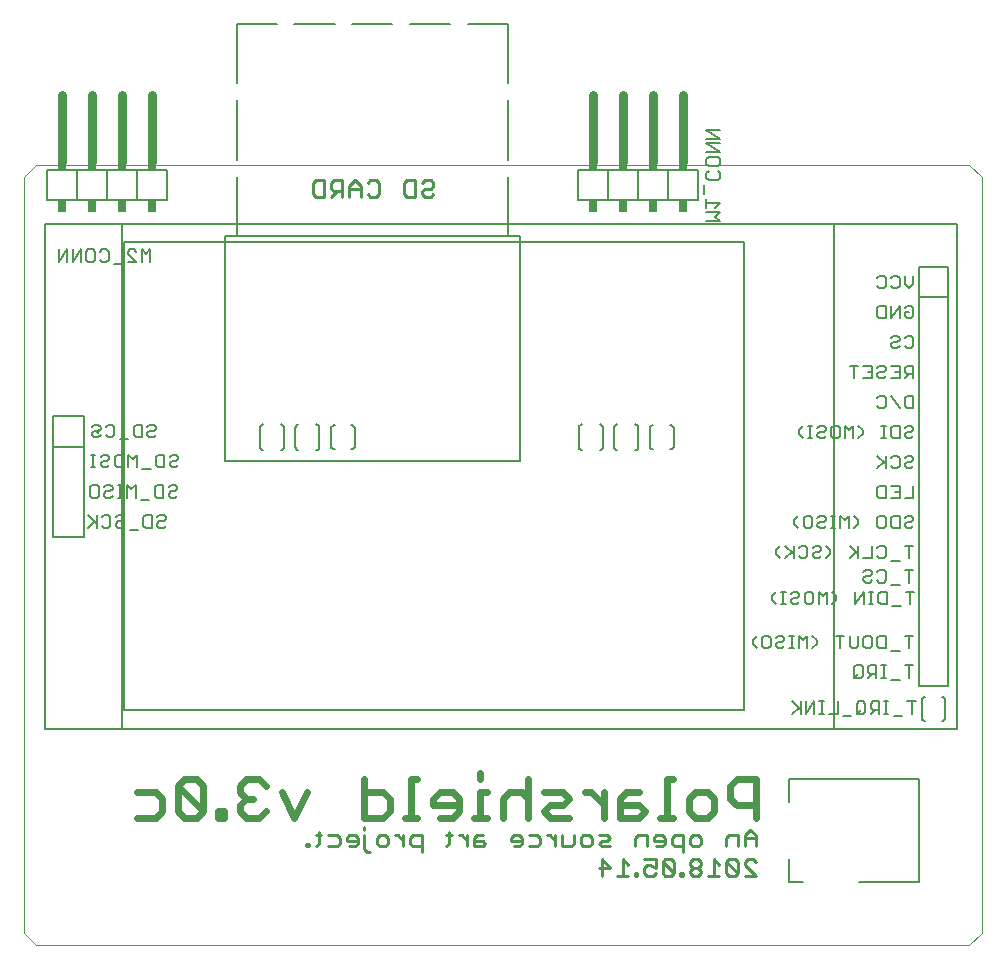
<source format=gbo>
G75*
%MOIN*%
%OFA0B0*%
%FSLAX25Y25*%
%IPPOS*%
%LPD*%
%AMOC8*
5,1,8,0,0,1.08239X$1,22.5*
%
%ADD10C,0.00000*%
%ADD11C,0.00800*%
%ADD12C,0.01000*%
%ADD13C,0.02300*%
%ADD14C,0.00500*%
%ADD15C,0.00600*%
%ADD16C,0.03000*%
%ADD17R,0.03000X0.02000*%
%ADD18R,0.03000X0.04000*%
D10*
X0001000Y0004937D02*
X0001000Y0256906D01*
X0004937Y0260843D01*
X0315961Y0260843D01*
X0320409Y0256906D01*
X0320409Y0004937D01*
X0315961Y0001000D01*
X0004937Y0001000D01*
X0001000Y0004937D01*
D11*
X0022416Y0140061D02*
X0024518Y0142163D01*
X0025218Y0141463D02*
X0022416Y0144265D01*
X0025218Y0144265D02*
X0025218Y0140061D01*
X0027020Y0140762D02*
X0027720Y0140061D01*
X0029122Y0140061D01*
X0029822Y0140762D01*
X0029822Y0143564D01*
X0029122Y0144265D01*
X0027720Y0144265D01*
X0027020Y0143564D01*
X0031624Y0143564D02*
X0032324Y0144265D01*
X0033725Y0144265D01*
X0034426Y0143564D01*
X0034426Y0142864D01*
X0033725Y0142163D01*
X0032324Y0142163D01*
X0031624Y0141463D01*
X0031624Y0140762D01*
X0032324Y0140061D01*
X0033725Y0140061D01*
X0034426Y0140762D01*
X0036228Y0139361D02*
X0039030Y0139361D01*
X0040831Y0140762D02*
X0040831Y0143564D01*
X0041532Y0144265D01*
X0043634Y0144265D01*
X0043634Y0140061D01*
X0041532Y0140061D01*
X0040831Y0140762D01*
X0045435Y0140762D02*
X0046136Y0140061D01*
X0047537Y0140061D01*
X0048238Y0140762D01*
X0047537Y0142163D02*
X0048238Y0142864D01*
X0048238Y0143564D01*
X0047537Y0144265D01*
X0046136Y0144265D01*
X0045435Y0143564D01*
X0046136Y0142163D02*
X0045435Y0141463D01*
X0045435Y0140762D01*
X0046136Y0142163D02*
X0047537Y0142163D01*
X0047413Y0150061D02*
X0045312Y0150061D01*
X0044611Y0150762D01*
X0044611Y0153564D01*
X0045312Y0154265D01*
X0047413Y0154265D01*
X0047413Y0150061D01*
X0049215Y0150762D02*
X0049916Y0150061D01*
X0051317Y0150061D01*
X0052017Y0150762D01*
X0051317Y0152163D02*
X0049916Y0152163D01*
X0049215Y0151463D01*
X0049215Y0150762D01*
X0051317Y0152163D02*
X0052017Y0152864D01*
X0052017Y0153564D01*
X0051317Y0154265D01*
X0049916Y0154265D01*
X0049215Y0153564D01*
X0050309Y0160219D02*
X0051710Y0160219D01*
X0052411Y0160919D01*
X0051710Y0162321D02*
X0050309Y0162321D01*
X0049609Y0161620D01*
X0049609Y0160919D01*
X0050309Y0160219D01*
X0047807Y0160219D02*
X0045705Y0160219D01*
X0045005Y0160919D01*
X0045005Y0163722D01*
X0045705Y0164422D01*
X0047807Y0164422D01*
X0047807Y0160219D01*
X0049609Y0163722D02*
X0050309Y0164422D01*
X0051710Y0164422D01*
X0052411Y0163722D01*
X0052411Y0163021D01*
X0051710Y0162321D01*
X0043203Y0159518D02*
X0040401Y0159518D01*
X0038599Y0160219D02*
X0038599Y0164422D01*
X0037198Y0163021D01*
X0035797Y0164422D01*
X0035797Y0160219D01*
X0033995Y0160919D02*
X0033295Y0160219D01*
X0031894Y0160219D01*
X0031193Y0160919D01*
X0031193Y0163722D01*
X0031894Y0164422D01*
X0033295Y0164422D01*
X0033995Y0163722D01*
X0033995Y0160919D01*
X0029391Y0160919D02*
X0028691Y0160219D01*
X0027290Y0160219D01*
X0026589Y0160919D01*
X0026589Y0161620D01*
X0027290Y0162321D01*
X0028691Y0162321D01*
X0029391Y0163021D01*
X0029391Y0163722D01*
X0028691Y0164422D01*
X0027290Y0164422D01*
X0026589Y0163722D01*
X0024787Y0164422D02*
X0023386Y0164422D01*
X0024087Y0164422D02*
X0024087Y0160219D01*
X0024787Y0160219D02*
X0023386Y0160219D01*
X0023827Y0154265D02*
X0023126Y0153564D01*
X0023126Y0150762D01*
X0023827Y0150061D01*
X0025228Y0150061D01*
X0025928Y0150762D01*
X0025928Y0153564D01*
X0025228Y0154265D01*
X0023827Y0154265D01*
X0027730Y0153564D02*
X0028431Y0154265D01*
X0029832Y0154265D01*
X0030532Y0153564D01*
X0030532Y0152864D01*
X0029832Y0152163D01*
X0028431Y0152163D01*
X0027730Y0151463D01*
X0027730Y0150762D01*
X0028431Y0150061D01*
X0029832Y0150061D01*
X0030532Y0150762D01*
X0032200Y0150061D02*
X0033602Y0150061D01*
X0032901Y0150061D02*
X0032901Y0154265D01*
X0033602Y0154265D02*
X0032200Y0154265D01*
X0035403Y0154265D02*
X0035403Y0150061D01*
X0038206Y0150061D02*
X0038206Y0154265D01*
X0036804Y0152864D01*
X0035403Y0154265D01*
X0040007Y0149361D02*
X0042809Y0149361D01*
X0035723Y0169518D02*
X0032920Y0169518D01*
X0031119Y0170919D02*
X0030418Y0170219D01*
X0029017Y0170219D01*
X0028317Y0170919D01*
X0026515Y0170919D02*
X0025814Y0170219D01*
X0024413Y0170219D01*
X0023713Y0170919D01*
X0023713Y0171620D01*
X0024413Y0172321D01*
X0025814Y0172321D01*
X0026515Y0173021D01*
X0026515Y0173722D01*
X0025814Y0174422D01*
X0024413Y0174422D01*
X0023713Y0173722D01*
X0028317Y0173722D02*
X0029017Y0174422D01*
X0030418Y0174422D01*
X0031119Y0173722D01*
X0031119Y0170919D01*
X0037524Y0170919D02*
X0037524Y0173722D01*
X0038225Y0174422D01*
X0040327Y0174422D01*
X0040327Y0170219D01*
X0038225Y0170219D01*
X0037524Y0170919D01*
X0042128Y0170919D02*
X0042829Y0170219D01*
X0044230Y0170219D01*
X0044931Y0170919D01*
X0044230Y0172321D02*
X0042829Y0172321D01*
X0042128Y0171620D01*
X0042128Y0170919D01*
X0044230Y0172321D02*
X0044931Y0173021D01*
X0044931Y0173722D01*
X0044230Y0174422D01*
X0042829Y0174422D01*
X0042128Y0173722D01*
X0079677Y0173541D02*
X0079677Y0167041D01*
X0079679Y0166981D01*
X0079684Y0166920D01*
X0079693Y0166861D01*
X0079706Y0166802D01*
X0079722Y0166743D01*
X0079742Y0166686D01*
X0079765Y0166631D01*
X0079792Y0166576D01*
X0079821Y0166524D01*
X0079854Y0166473D01*
X0079890Y0166424D01*
X0079928Y0166378D01*
X0079970Y0166334D01*
X0080014Y0166292D01*
X0080060Y0166254D01*
X0080109Y0166218D01*
X0080160Y0166185D01*
X0080212Y0166156D01*
X0080267Y0166129D01*
X0080322Y0166106D01*
X0080379Y0166086D01*
X0080438Y0166070D01*
X0080497Y0166057D01*
X0080556Y0166048D01*
X0080617Y0166043D01*
X0080677Y0166041D01*
X0086677Y0166041D02*
X0086737Y0166043D01*
X0086798Y0166048D01*
X0086857Y0166057D01*
X0086916Y0166070D01*
X0086975Y0166086D01*
X0087032Y0166106D01*
X0087087Y0166129D01*
X0087142Y0166156D01*
X0087194Y0166185D01*
X0087245Y0166218D01*
X0087294Y0166254D01*
X0087340Y0166292D01*
X0087384Y0166334D01*
X0087426Y0166378D01*
X0087464Y0166424D01*
X0087500Y0166473D01*
X0087533Y0166524D01*
X0087562Y0166576D01*
X0087589Y0166631D01*
X0087612Y0166686D01*
X0087632Y0166743D01*
X0087648Y0166802D01*
X0087661Y0166861D01*
X0087670Y0166920D01*
X0087675Y0166981D01*
X0087677Y0167041D01*
X0087677Y0173541D01*
X0087675Y0173601D01*
X0087670Y0173662D01*
X0087661Y0173721D01*
X0087648Y0173780D01*
X0087632Y0173839D01*
X0087612Y0173896D01*
X0087589Y0173951D01*
X0087562Y0174006D01*
X0087533Y0174058D01*
X0087500Y0174109D01*
X0087464Y0174158D01*
X0087426Y0174204D01*
X0087384Y0174248D01*
X0087340Y0174290D01*
X0087294Y0174328D01*
X0087245Y0174364D01*
X0087194Y0174397D01*
X0087142Y0174426D01*
X0087087Y0174453D01*
X0087032Y0174476D01*
X0086975Y0174496D01*
X0086916Y0174512D01*
X0086857Y0174525D01*
X0086798Y0174534D01*
X0086737Y0174539D01*
X0086677Y0174541D01*
X0080677Y0174541D02*
X0080617Y0174539D01*
X0080556Y0174534D01*
X0080497Y0174525D01*
X0080438Y0174512D01*
X0080379Y0174496D01*
X0080322Y0174476D01*
X0080267Y0174453D01*
X0080212Y0174426D01*
X0080160Y0174397D01*
X0080109Y0174364D01*
X0080060Y0174328D01*
X0080014Y0174290D01*
X0079970Y0174248D01*
X0079928Y0174204D01*
X0079890Y0174158D01*
X0079854Y0174109D01*
X0079821Y0174058D01*
X0079792Y0174006D01*
X0079765Y0173951D01*
X0079742Y0173896D01*
X0079722Y0173839D01*
X0079706Y0173780D01*
X0079693Y0173721D01*
X0079684Y0173662D01*
X0079679Y0173601D01*
X0079677Y0173541D01*
X0091488Y0173541D02*
X0091488Y0167041D01*
X0091490Y0166981D01*
X0091495Y0166920D01*
X0091504Y0166861D01*
X0091517Y0166802D01*
X0091533Y0166743D01*
X0091553Y0166686D01*
X0091576Y0166631D01*
X0091603Y0166576D01*
X0091632Y0166524D01*
X0091665Y0166473D01*
X0091701Y0166424D01*
X0091739Y0166378D01*
X0091781Y0166334D01*
X0091825Y0166292D01*
X0091871Y0166254D01*
X0091920Y0166218D01*
X0091971Y0166185D01*
X0092023Y0166156D01*
X0092078Y0166129D01*
X0092133Y0166106D01*
X0092190Y0166086D01*
X0092249Y0166070D01*
X0092308Y0166057D01*
X0092367Y0166048D01*
X0092428Y0166043D01*
X0092488Y0166041D01*
X0098488Y0166041D02*
X0098548Y0166043D01*
X0098609Y0166048D01*
X0098668Y0166057D01*
X0098727Y0166070D01*
X0098786Y0166086D01*
X0098843Y0166106D01*
X0098898Y0166129D01*
X0098953Y0166156D01*
X0099005Y0166185D01*
X0099056Y0166218D01*
X0099105Y0166254D01*
X0099151Y0166292D01*
X0099195Y0166334D01*
X0099237Y0166378D01*
X0099275Y0166424D01*
X0099311Y0166473D01*
X0099344Y0166524D01*
X0099373Y0166576D01*
X0099400Y0166631D01*
X0099423Y0166686D01*
X0099443Y0166743D01*
X0099459Y0166802D01*
X0099472Y0166861D01*
X0099481Y0166920D01*
X0099486Y0166981D01*
X0099488Y0167041D01*
X0099488Y0173541D01*
X0099486Y0173601D01*
X0099481Y0173662D01*
X0099472Y0173721D01*
X0099459Y0173780D01*
X0099443Y0173839D01*
X0099423Y0173896D01*
X0099400Y0173951D01*
X0099373Y0174006D01*
X0099344Y0174058D01*
X0099311Y0174109D01*
X0099275Y0174158D01*
X0099237Y0174204D01*
X0099195Y0174248D01*
X0099151Y0174290D01*
X0099105Y0174328D01*
X0099056Y0174364D01*
X0099005Y0174397D01*
X0098953Y0174426D01*
X0098898Y0174453D01*
X0098843Y0174476D01*
X0098786Y0174496D01*
X0098727Y0174512D01*
X0098668Y0174525D01*
X0098609Y0174534D01*
X0098548Y0174539D01*
X0098488Y0174541D01*
X0103362Y0173441D02*
X0103362Y0167142D01*
X0103361Y0167142D02*
X0103376Y0167081D01*
X0103394Y0167020D01*
X0103416Y0166961D01*
X0103441Y0166903D01*
X0103471Y0166848D01*
X0103503Y0166794D01*
X0103539Y0166742D01*
X0103578Y0166692D01*
X0103620Y0166645D01*
X0103665Y0166601D01*
X0103713Y0166560D01*
X0103763Y0166522D01*
X0103816Y0166487D01*
X0103870Y0166455D01*
X0103927Y0166427D01*
X0103985Y0166402D01*
X0104044Y0166381D01*
X0104105Y0166364D01*
X0104167Y0166351D01*
X0104229Y0166342D01*
X0104292Y0166336D01*
X0104355Y0166335D01*
X0104418Y0166338D01*
X0104481Y0166344D01*
X0104543Y0166354D01*
X0110055Y0166354D02*
X0110115Y0166344D01*
X0110175Y0166338D01*
X0110236Y0166335D01*
X0110296Y0166336D01*
X0110357Y0166340D01*
X0110417Y0166349D01*
X0110476Y0166360D01*
X0110535Y0166376D01*
X0110593Y0166395D01*
X0110649Y0166417D01*
X0110704Y0166443D01*
X0110757Y0166472D01*
X0110809Y0166504D01*
X0110858Y0166539D01*
X0110906Y0166577D01*
X0110950Y0166618D01*
X0110993Y0166661D01*
X0111032Y0166707D01*
X0111069Y0166755D01*
X0111103Y0166806D01*
X0111133Y0166858D01*
X0111161Y0166912D01*
X0111185Y0166968D01*
X0111206Y0167025D01*
X0111223Y0167083D01*
X0111237Y0167142D01*
X0111236Y0167142D02*
X0111236Y0173441D01*
X0111237Y0173441D02*
X0111223Y0173500D01*
X0111206Y0173558D01*
X0111185Y0173615D01*
X0111161Y0173671D01*
X0111133Y0173725D01*
X0111103Y0173777D01*
X0111069Y0173828D01*
X0111032Y0173876D01*
X0110993Y0173922D01*
X0110950Y0173965D01*
X0110906Y0174006D01*
X0110858Y0174044D01*
X0110809Y0174079D01*
X0110757Y0174111D01*
X0110704Y0174140D01*
X0110649Y0174166D01*
X0110593Y0174188D01*
X0110535Y0174207D01*
X0110476Y0174223D01*
X0110417Y0174234D01*
X0110357Y0174243D01*
X0110296Y0174247D01*
X0110236Y0174248D01*
X0110175Y0174245D01*
X0110115Y0174239D01*
X0110055Y0174229D01*
X0104543Y0174229D02*
X0104481Y0174239D01*
X0104418Y0174245D01*
X0104355Y0174248D01*
X0104292Y0174247D01*
X0104229Y0174241D01*
X0104167Y0174232D01*
X0104105Y0174219D01*
X0104044Y0174202D01*
X0103985Y0174181D01*
X0103927Y0174156D01*
X0103870Y0174128D01*
X0103816Y0174096D01*
X0103763Y0174061D01*
X0103713Y0174023D01*
X0103665Y0173982D01*
X0103620Y0173938D01*
X0103578Y0173891D01*
X0103539Y0173841D01*
X0103503Y0173789D01*
X0103471Y0173735D01*
X0103441Y0173680D01*
X0103416Y0173622D01*
X0103394Y0173563D01*
X0103376Y0173502D01*
X0103361Y0173441D01*
X0092488Y0174541D02*
X0092428Y0174539D01*
X0092367Y0174534D01*
X0092308Y0174525D01*
X0092249Y0174512D01*
X0092190Y0174496D01*
X0092133Y0174476D01*
X0092078Y0174453D01*
X0092023Y0174426D01*
X0091971Y0174397D01*
X0091920Y0174364D01*
X0091871Y0174328D01*
X0091825Y0174290D01*
X0091781Y0174248D01*
X0091739Y0174204D01*
X0091701Y0174158D01*
X0091665Y0174109D01*
X0091632Y0174058D01*
X0091603Y0174006D01*
X0091576Y0173951D01*
X0091553Y0173896D01*
X0091533Y0173839D01*
X0091517Y0173780D01*
X0091504Y0173721D01*
X0091495Y0173662D01*
X0091490Y0173601D01*
X0091488Y0173541D01*
X0043024Y0228624D02*
X0043024Y0232828D01*
X0041623Y0231427D01*
X0040222Y0232828D01*
X0040222Y0228624D01*
X0038420Y0228624D02*
X0035618Y0231427D01*
X0035618Y0232127D01*
X0036319Y0232828D01*
X0037720Y0232828D01*
X0038420Y0232127D01*
X0038420Y0228624D02*
X0035618Y0228624D01*
X0033817Y0227924D02*
X0031014Y0227924D01*
X0029213Y0229325D02*
X0028512Y0228624D01*
X0027111Y0228624D01*
X0026410Y0229325D01*
X0024609Y0229325D02*
X0023908Y0228624D01*
X0022507Y0228624D01*
X0021806Y0229325D01*
X0021806Y0232127D01*
X0022507Y0232828D01*
X0023908Y0232828D01*
X0024609Y0232127D01*
X0024609Y0229325D01*
X0026410Y0232127D02*
X0027111Y0232828D01*
X0028512Y0232828D01*
X0029213Y0232127D01*
X0029213Y0229325D01*
X0020005Y0228624D02*
X0020005Y0232828D01*
X0017202Y0228624D01*
X0017202Y0232828D01*
X0015401Y0232828D02*
X0012598Y0228624D01*
X0012598Y0232828D01*
X0015401Y0232828D02*
X0015401Y0228624D01*
X0185976Y0173541D02*
X0185976Y0167041D01*
X0185978Y0166981D01*
X0185983Y0166920D01*
X0185992Y0166861D01*
X0186005Y0166802D01*
X0186021Y0166743D01*
X0186041Y0166686D01*
X0186064Y0166631D01*
X0186091Y0166576D01*
X0186120Y0166524D01*
X0186153Y0166473D01*
X0186189Y0166424D01*
X0186227Y0166378D01*
X0186269Y0166334D01*
X0186313Y0166292D01*
X0186359Y0166254D01*
X0186408Y0166218D01*
X0186459Y0166185D01*
X0186511Y0166156D01*
X0186566Y0166129D01*
X0186621Y0166106D01*
X0186678Y0166086D01*
X0186737Y0166070D01*
X0186796Y0166057D01*
X0186855Y0166048D01*
X0186916Y0166043D01*
X0186976Y0166041D01*
X0192976Y0166041D02*
X0193036Y0166043D01*
X0193097Y0166048D01*
X0193156Y0166057D01*
X0193215Y0166070D01*
X0193274Y0166086D01*
X0193331Y0166106D01*
X0193386Y0166129D01*
X0193441Y0166156D01*
X0193493Y0166185D01*
X0193544Y0166218D01*
X0193593Y0166254D01*
X0193639Y0166292D01*
X0193683Y0166334D01*
X0193725Y0166378D01*
X0193763Y0166424D01*
X0193799Y0166473D01*
X0193832Y0166524D01*
X0193861Y0166576D01*
X0193888Y0166631D01*
X0193911Y0166686D01*
X0193931Y0166743D01*
X0193947Y0166802D01*
X0193960Y0166861D01*
X0193969Y0166920D01*
X0193974Y0166981D01*
X0193976Y0167041D01*
X0193976Y0173541D01*
X0193974Y0173601D01*
X0193969Y0173662D01*
X0193960Y0173721D01*
X0193947Y0173780D01*
X0193931Y0173839D01*
X0193911Y0173896D01*
X0193888Y0173951D01*
X0193861Y0174006D01*
X0193832Y0174058D01*
X0193799Y0174109D01*
X0193763Y0174158D01*
X0193725Y0174204D01*
X0193683Y0174248D01*
X0193639Y0174290D01*
X0193593Y0174328D01*
X0193544Y0174364D01*
X0193493Y0174397D01*
X0193441Y0174426D01*
X0193386Y0174453D01*
X0193331Y0174476D01*
X0193274Y0174496D01*
X0193215Y0174512D01*
X0193156Y0174525D01*
X0193097Y0174534D01*
X0193036Y0174539D01*
X0192976Y0174541D01*
X0197787Y0173541D02*
X0197787Y0167041D01*
X0197789Y0166981D01*
X0197794Y0166920D01*
X0197803Y0166861D01*
X0197816Y0166802D01*
X0197832Y0166743D01*
X0197852Y0166686D01*
X0197875Y0166631D01*
X0197902Y0166576D01*
X0197931Y0166524D01*
X0197964Y0166473D01*
X0198000Y0166424D01*
X0198038Y0166378D01*
X0198080Y0166334D01*
X0198124Y0166292D01*
X0198170Y0166254D01*
X0198219Y0166218D01*
X0198270Y0166185D01*
X0198322Y0166156D01*
X0198377Y0166129D01*
X0198432Y0166106D01*
X0198489Y0166086D01*
X0198548Y0166070D01*
X0198607Y0166057D01*
X0198666Y0166048D01*
X0198727Y0166043D01*
X0198787Y0166041D01*
X0204787Y0166041D02*
X0204847Y0166043D01*
X0204908Y0166048D01*
X0204967Y0166057D01*
X0205026Y0166070D01*
X0205085Y0166086D01*
X0205142Y0166106D01*
X0205197Y0166129D01*
X0205252Y0166156D01*
X0205304Y0166185D01*
X0205355Y0166218D01*
X0205404Y0166254D01*
X0205450Y0166292D01*
X0205494Y0166334D01*
X0205536Y0166378D01*
X0205574Y0166424D01*
X0205610Y0166473D01*
X0205643Y0166524D01*
X0205672Y0166576D01*
X0205699Y0166631D01*
X0205722Y0166686D01*
X0205742Y0166743D01*
X0205758Y0166802D01*
X0205771Y0166861D01*
X0205780Y0166920D01*
X0205785Y0166981D01*
X0205787Y0167041D01*
X0205787Y0173541D01*
X0205785Y0173601D01*
X0205780Y0173662D01*
X0205771Y0173721D01*
X0205758Y0173780D01*
X0205742Y0173839D01*
X0205722Y0173896D01*
X0205699Y0173951D01*
X0205672Y0174006D01*
X0205643Y0174058D01*
X0205610Y0174109D01*
X0205574Y0174158D01*
X0205536Y0174204D01*
X0205494Y0174248D01*
X0205450Y0174290D01*
X0205404Y0174328D01*
X0205355Y0174364D01*
X0205304Y0174397D01*
X0205252Y0174426D01*
X0205197Y0174453D01*
X0205142Y0174476D01*
X0205085Y0174496D01*
X0205026Y0174512D01*
X0204967Y0174525D01*
X0204908Y0174534D01*
X0204847Y0174539D01*
X0204787Y0174541D01*
X0209661Y0173441D02*
X0209661Y0167142D01*
X0209676Y0167081D01*
X0209694Y0167020D01*
X0209716Y0166961D01*
X0209741Y0166903D01*
X0209771Y0166848D01*
X0209803Y0166794D01*
X0209839Y0166742D01*
X0209878Y0166692D01*
X0209920Y0166645D01*
X0209965Y0166601D01*
X0210013Y0166560D01*
X0210063Y0166522D01*
X0210116Y0166487D01*
X0210170Y0166455D01*
X0210227Y0166427D01*
X0210285Y0166402D01*
X0210344Y0166381D01*
X0210405Y0166364D01*
X0210467Y0166351D01*
X0210529Y0166342D01*
X0210592Y0166336D01*
X0210655Y0166335D01*
X0210718Y0166338D01*
X0210781Y0166344D01*
X0210843Y0166354D01*
X0216354Y0166354D02*
X0216414Y0166344D01*
X0216474Y0166338D01*
X0216535Y0166335D01*
X0216595Y0166336D01*
X0216656Y0166340D01*
X0216716Y0166349D01*
X0216775Y0166360D01*
X0216834Y0166376D01*
X0216892Y0166395D01*
X0216948Y0166417D01*
X0217003Y0166443D01*
X0217056Y0166472D01*
X0217108Y0166504D01*
X0217157Y0166539D01*
X0217205Y0166577D01*
X0217249Y0166618D01*
X0217292Y0166661D01*
X0217331Y0166707D01*
X0217368Y0166755D01*
X0217402Y0166806D01*
X0217432Y0166858D01*
X0217460Y0166912D01*
X0217484Y0166968D01*
X0217505Y0167025D01*
X0217522Y0167083D01*
X0217536Y0167142D01*
X0217535Y0167142D02*
X0217535Y0173441D01*
X0217536Y0173441D02*
X0217522Y0173500D01*
X0217505Y0173558D01*
X0217484Y0173615D01*
X0217460Y0173671D01*
X0217432Y0173725D01*
X0217402Y0173777D01*
X0217368Y0173828D01*
X0217331Y0173876D01*
X0217292Y0173922D01*
X0217249Y0173965D01*
X0217205Y0174006D01*
X0217157Y0174044D01*
X0217108Y0174079D01*
X0217056Y0174111D01*
X0217003Y0174140D01*
X0216948Y0174166D01*
X0216892Y0174188D01*
X0216834Y0174207D01*
X0216775Y0174223D01*
X0216716Y0174234D01*
X0216656Y0174243D01*
X0216595Y0174247D01*
X0216535Y0174248D01*
X0216474Y0174245D01*
X0216414Y0174239D01*
X0216354Y0174229D01*
X0210843Y0174229D02*
X0210781Y0174239D01*
X0210718Y0174245D01*
X0210655Y0174248D01*
X0210592Y0174247D01*
X0210529Y0174241D01*
X0210467Y0174232D01*
X0210405Y0174219D01*
X0210344Y0174202D01*
X0210285Y0174181D01*
X0210227Y0174156D01*
X0210170Y0174128D01*
X0210116Y0174096D01*
X0210063Y0174061D01*
X0210013Y0174023D01*
X0209965Y0173982D01*
X0209920Y0173938D01*
X0209878Y0173891D01*
X0209839Y0173841D01*
X0209803Y0173789D01*
X0209771Y0173735D01*
X0209741Y0173680D01*
X0209716Y0173622D01*
X0209694Y0173563D01*
X0209676Y0173502D01*
X0209661Y0173441D01*
X0198787Y0174541D02*
X0198727Y0174539D01*
X0198666Y0174534D01*
X0198607Y0174525D01*
X0198548Y0174512D01*
X0198489Y0174496D01*
X0198432Y0174476D01*
X0198377Y0174453D01*
X0198322Y0174426D01*
X0198270Y0174397D01*
X0198219Y0174364D01*
X0198170Y0174328D01*
X0198124Y0174290D01*
X0198080Y0174248D01*
X0198038Y0174204D01*
X0198000Y0174158D01*
X0197964Y0174109D01*
X0197931Y0174058D01*
X0197902Y0174006D01*
X0197875Y0173951D01*
X0197852Y0173896D01*
X0197832Y0173839D01*
X0197816Y0173780D01*
X0197803Y0173721D01*
X0197794Y0173662D01*
X0197789Y0173601D01*
X0197787Y0173541D01*
X0186976Y0174541D02*
X0186916Y0174539D01*
X0186855Y0174534D01*
X0186796Y0174525D01*
X0186737Y0174512D01*
X0186678Y0174496D01*
X0186621Y0174476D01*
X0186566Y0174453D01*
X0186511Y0174426D01*
X0186459Y0174397D01*
X0186408Y0174364D01*
X0186359Y0174328D01*
X0186313Y0174290D01*
X0186269Y0174248D01*
X0186227Y0174204D01*
X0186189Y0174158D01*
X0186153Y0174109D01*
X0186120Y0174058D01*
X0186091Y0174006D01*
X0186064Y0173951D01*
X0186041Y0173896D01*
X0186021Y0173839D01*
X0186005Y0173780D01*
X0185992Y0173721D01*
X0185983Y0173662D01*
X0185978Y0173601D01*
X0185976Y0173541D01*
X0250404Y0117352D02*
X0251805Y0118753D01*
X0253473Y0118753D02*
X0254874Y0118753D01*
X0254174Y0118753D02*
X0254174Y0114550D01*
X0254874Y0114550D02*
X0253473Y0114550D01*
X0251805Y0114550D02*
X0250404Y0115951D01*
X0250404Y0117352D01*
X0256676Y0118053D02*
X0257376Y0118753D01*
X0258777Y0118753D01*
X0259478Y0118053D01*
X0259478Y0117352D01*
X0258777Y0116651D01*
X0257376Y0116651D01*
X0256676Y0115951D01*
X0256676Y0115250D01*
X0257376Y0114550D01*
X0258777Y0114550D01*
X0259478Y0115250D01*
X0261280Y0115250D02*
X0261280Y0118053D01*
X0261980Y0118753D01*
X0263381Y0118753D01*
X0264082Y0118053D01*
X0264082Y0115250D01*
X0263381Y0114550D01*
X0261980Y0114550D01*
X0261280Y0115250D01*
X0265884Y0114550D02*
X0265884Y0118753D01*
X0267285Y0117352D01*
X0268686Y0118753D01*
X0268686Y0114550D01*
X0270354Y0114550D02*
X0271755Y0115951D01*
X0271755Y0117352D01*
X0270354Y0118753D01*
X0278161Y0118753D02*
X0278161Y0114550D01*
X0280963Y0118753D01*
X0280963Y0114550D01*
X0282631Y0114550D02*
X0284032Y0114550D01*
X0283332Y0114550D02*
X0283332Y0118753D01*
X0284032Y0118753D02*
X0282631Y0118753D01*
X0282938Y0121794D02*
X0281537Y0121794D01*
X0280836Y0122494D01*
X0280836Y0123195D01*
X0281537Y0123895D01*
X0282938Y0123895D01*
X0283639Y0124596D01*
X0283639Y0125297D01*
X0282938Y0125997D01*
X0281537Y0125997D01*
X0280836Y0125297D01*
X0283639Y0122494D02*
X0282938Y0121794D01*
X0285440Y0122494D02*
X0286141Y0121794D01*
X0287542Y0121794D01*
X0288243Y0122494D01*
X0288243Y0125297D01*
X0287542Y0125997D01*
X0286141Y0125997D01*
X0285440Y0125297D01*
X0286141Y0129825D02*
X0285440Y0130526D01*
X0286141Y0129825D02*
X0287542Y0129825D01*
X0288243Y0130526D01*
X0288243Y0133328D01*
X0287542Y0134029D01*
X0286141Y0134029D01*
X0285440Y0133328D01*
X0283639Y0134029D02*
X0283639Y0129825D01*
X0280836Y0129825D01*
X0279035Y0129825D02*
X0279035Y0134029D01*
X0278334Y0131927D02*
X0276232Y0129825D01*
X0279035Y0131226D02*
X0276232Y0134029D01*
X0275965Y0139825D02*
X0275965Y0144029D01*
X0274564Y0142628D01*
X0273163Y0144029D01*
X0273163Y0139825D01*
X0271361Y0139825D02*
X0269960Y0139825D01*
X0270661Y0139825D02*
X0270661Y0144029D01*
X0271361Y0144029D02*
X0269960Y0144029D01*
X0268292Y0143328D02*
X0268292Y0142628D01*
X0267592Y0141927D01*
X0266190Y0141927D01*
X0265490Y0141226D01*
X0265490Y0140526D01*
X0266190Y0139825D01*
X0267592Y0139825D01*
X0268292Y0140526D01*
X0268292Y0143328D02*
X0267592Y0144029D01*
X0266190Y0144029D01*
X0265490Y0143328D01*
X0263688Y0143328D02*
X0263688Y0140526D01*
X0262988Y0139825D01*
X0261586Y0139825D01*
X0260886Y0140526D01*
X0260886Y0143328D01*
X0261586Y0144029D01*
X0262988Y0144029D01*
X0263688Y0143328D01*
X0259084Y0144029D02*
X0257683Y0142628D01*
X0257683Y0141226D01*
X0259084Y0139825D01*
X0260052Y0134029D02*
X0261453Y0134029D01*
X0262154Y0133328D01*
X0262154Y0130526D01*
X0261453Y0129825D01*
X0260052Y0129825D01*
X0259351Y0130526D01*
X0257550Y0131226D02*
X0254747Y0134029D01*
X0252946Y0134029D02*
X0251545Y0132628D01*
X0251545Y0131226D01*
X0252946Y0129825D01*
X0254747Y0129825D02*
X0256849Y0131927D01*
X0257550Y0134029D02*
X0257550Y0129825D01*
X0259351Y0133328D02*
X0260052Y0134029D01*
X0263955Y0133328D02*
X0264656Y0134029D01*
X0266057Y0134029D01*
X0266758Y0133328D01*
X0266758Y0132628D01*
X0266057Y0131927D01*
X0264656Y0131927D01*
X0263955Y0131226D01*
X0263955Y0130526D01*
X0264656Y0129825D01*
X0266057Y0129825D01*
X0266758Y0130526D01*
X0268426Y0129825D02*
X0269827Y0131226D01*
X0269827Y0132628D01*
X0268426Y0134029D01*
X0277634Y0139825D02*
X0279035Y0141226D01*
X0279035Y0142628D01*
X0277634Y0144029D01*
X0285440Y0143328D02*
X0285440Y0140526D01*
X0286141Y0139825D01*
X0287542Y0139825D01*
X0288243Y0140526D01*
X0288243Y0143328D01*
X0287542Y0144029D01*
X0286141Y0144029D01*
X0285440Y0143328D01*
X0290044Y0143328D02*
X0290044Y0140526D01*
X0290745Y0139825D01*
X0292846Y0139825D01*
X0292846Y0144029D01*
X0290745Y0144029D01*
X0290044Y0143328D01*
X0294648Y0143328D02*
X0295349Y0144029D01*
X0296750Y0144029D01*
X0297450Y0143328D01*
X0297450Y0142628D01*
X0296750Y0141927D01*
X0295349Y0141927D01*
X0294648Y0141226D01*
X0294648Y0140526D01*
X0295349Y0139825D01*
X0296750Y0139825D01*
X0297450Y0140526D01*
X0297450Y0134029D02*
X0294648Y0134029D01*
X0296049Y0134029D02*
X0296049Y0129825D01*
X0292846Y0129125D02*
X0290044Y0129125D01*
X0294648Y0125997D02*
X0297450Y0125997D01*
X0296049Y0125997D02*
X0296049Y0121794D01*
X0296443Y0118753D02*
X0296443Y0114550D01*
X0293240Y0113849D02*
X0290438Y0113849D01*
X0288636Y0114550D02*
X0286534Y0114550D01*
X0285834Y0115250D01*
X0285834Y0118053D01*
X0286534Y0118753D01*
X0288636Y0118753D01*
X0288636Y0114550D01*
X0290044Y0121093D02*
X0292846Y0121093D01*
X0295042Y0118753D02*
X0297844Y0118753D01*
X0297450Y0104029D02*
X0294648Y0104029D01*
X0296049Y0104029D02*
X0296049Y0099825D01*
X0292846Y0099125D02*
X0290044Y0099125D01*
X0288243Y0099825D02*
X0288243Y0104029D01*
X0286141Y0104029D01*
X0285440Y0103328D01*
X0285440Y0100526D01*
X0286141Y0099825D01*
X0288243Y0099825D01*
X0283639Y0100526D02*
X0283639Y0103328D01*
X0282938Y0104029D01*
X0281537Y0104029D01*
X0280836Y0103328D01*
X0280836Y0100526D01*
X0281537Y0099825D01*
X0282938Y0099825D01*
X0283639Y0100526D01*
X0279035Y0100526D02*
X0278334Y0099825D01*
X0276933Y0099825D01*
X0276232Y0100526D01*
X0276232Y0104029D01*
X0274431Y0104029D02*
X0271628Y0104029D01*
X0273030Y0104029D02*
X0273030Y0099825D01*
X0279035Y0100526D02*
X0279035Y0104029D01*
X0278468Y0094186D02*
X0277767Y0093486D01*
X0277767Y0090683D01*
X0278468Y0089983D01*
X0279869Y0089983D01*
X0280569Y0090683D01*
X0280569Y0093486D01*
X0279869Y0094186D01*
X0278468Y0094186D01*
X0279168Y0091384D02*
X0277767Y0089983D01*
X0282371Y0089983D02*
X0283772Y0091384D01*
X0283071Y0091384D02*
X0285173Y0091384D01*
X0285173Y0089983D02*
X0285173Y0094186D01*
X0283071Y0094186D01*
X0282371Y0093486D01*
X0282371Y0092084D01*
X0283071Y0091384D01*
X0286841Y0089983D02*
X0288243Y0089983D01*
X0287542Y0089983D02*
X0287542Y0094186D01*
X0288243Y0094186D02*
X0286841Y0094186D01*
X0290044Y0089282D02*
X0292846Y0089282D01*
X0296049Y0089983D02*
X0296049Y0094186D01*
X0297450Y0094186D02*
X0294648Y0094186D01*
X0295467Y0082174D02*
X0298269Y0082174D01*
X0296868Y0082174D02*
X0296868Y0077971D01*
X0293665Y0077270D02*
X0290863Y0077270D01*
X0289061Y0077971D02*
X0287660Y0077971D01*
X0288361Y0077971D02*
X0288361Y0082174D01*
X0289061Y0082174D02*
X0287660Y0082174D01*
X0285992Y0082174D02*
X0285992Y0077971D01*
X0285992Y0079372D02*
X0283890Y0079372D01*
X0283190Y0080073D01*
X0283190Y0081474D01*
X0283890Y0082174D01*
X0285992Y0082174D01*
X0284591Y0079372D02*
X0283190Y0077971D01*
X0281388Y0078671D02*
X0281388Y0081474D01*
X0280688Y0082174D01*
X0279286Y0082174D01*
X0278586Y0081474D01*
X0278586Y0078671D01*
X0279286Y0077971D01*
X0280688Y0077971D01*
X0281388Y0078671D01*
X0279987Y0079372D02*
X0278586Y0077971D01*
X0276784Y0077270D02*
X0273982Y0077270D01*
X0272180Y0077971D02*
X0269378Y0077971D01*
X0267576Y0077971D02*
X0266175Y0077971D01*
X0266876Y0077971D02*
X0266876Y0082174D01*
X0267576Y0082174D02*
X0266175Y0082174D01*
X0264507Y0082174D02*
X0261705Y0077971D01*
X0261705Y0082174D01*
X0259903Y0082174D02*
X0259903Y0077971D01*
X0259903Y0079372D02*
X0257101Y0082174D01*
X0259203Y0080073D02*
X0257101Y0077971D01*
X0264507Y0077971D02*
X0264507Y0082174D01*
X0272180Y0082174D02*
X0272180Y0077971D01*
X0263822Y0099825D02*
X0265223Y0101226D01*
X0265223Y0102628D01*
X0263822Y0104029D01*
X0262154Y0104029D02*
X0262154Y0099825D01*
X0259351Y0099825D02*
X0259351Y0104029D01*
X0260752Y0102628D01*
X0262154Y0104029D01*
X0257550Y0104029D02*
X0256149Y0104029D01*
X0256849Y0104029D02*
X0256849Y0099825D01*
X0256149Y0099825D02*
X0257550Y0099825D01*
X0254480Y0100526D02*
X0253780Y0099825D01*
X0252379Y0099825D01*
X0251678Y0100526D01*
X0251678Y0101226D01*
X0252379Y0101927D01*
X0253780Y0101927D01*
X0254480Y0102628D01*
X0254480Y0103328D01*
X0253780Y0104029D01*
X0252379Y0104029D01*
X0251678Y0103328D01*
X0249877Y0103328D02*
X0249877Y0100526D01*
X0249176Y0099825D01*
X0247775Y0099825D01*
X0247074Y0100526D01*
X0247074Y0103328D01*
X0247775Y0104029D01*
X0249176Y0104029D01*
X0249877Y0103328D01*
X0245273Y0104029D02*
X0243871Y0102628D01*
X0243871Y0101226D01*
X0245273Y0099825D01*
X0255887Y0056306D02*
X0255887Y0048638D01*
X0255887Y0056306D02*
X0299213Y0056306D01*
X0299213Y0022072D01*
X0279346Y0022072D01*
X0260843Y0022072D02*
X0255887Y0022072D01*
X0255887Y0029740D01*
X0300213Y0076591D02*
X0300213Y0082890D01*
X0300212Y0082890D02*
X0300227Y0082951D01*
X0300245Y0083012D01*
X0300267Y0083071D01*
X0300292Y0083129D01*
X0300322Y0083184D01*
X0300354Y0083238D01*
X0300390Y0083290D01*
X0300429Y0083340D01*
X0300471Y0083387D01*
X0300516Y0083431D01*
X0300564Y0083472D01*
X0300614Y0083510D01*
X0300667Y0083545D01*
X0300721Y0083577D01*
X0300778Y0083605D01*
X0300836Y0083630D01*
X0300895Y0083651D01*
X0300956Y0083668D01*
X0301018Y0083681D01*
X0301080Y0083690D01*
X0301143Y0083696D01*
X0301206Y0083697D01*
X0301269Y0083694D01*
X0301332Y0083688D01*
X0301394Y0083678D01*
X0306905Y0083678D02*
X0306965Y0083688D01*
X0307025Y0083694D01*
X0307086Y0083697D01*
X0307146Y0083696D01*
X0307207Y0083692D01*
X0307267Y0083683D01*
X0307326Y0083672D01*
X0307385Y0083656D01*
X0307443Y0083637D01*
X0307499Y0083615D01*
X0307554Y0083589D01*
X0307607Y0083560D01*
X0307659Y0083528D01*
X0307708Y0083493D01*
X0307756Y0083455D01*
X0307800Y0083414D01*
X0307843Y0083371D01*
X0307882Y0083325D01*
X0307919Y0083277D01*
X0307953Y0083226D01*
X0307983Y0083174D01*
X0308011Y0083120D01*
X0308035Y0083064D01*
X0308056Y0083007D01*
X0308073Y0082949D01*
X0308087Y0082890D01*
X0308087Y0076591D01*
X0308087Y0076590D02*
X0308073Y0076531D01*
X0308056Y0076473D01*
X0308035Y0076416D01*
X0308011Y0076360D01*
X0307983Y0076306D01*
X0307953Y0076254D01*
X0307919Y0076203D01*
X0307882Y0076155D01*
X0307843Y0076109D01*
X0307800Y0076066D01*
X0307756Y0076025D01*
X0307708Y0075987D01*
X0307659Y0075952D01*
X0307607Y0075920D01*
X0307554Y0075891D01*
X0307499Y0075865D01*
X0307443Y0075843D01*
X0307385Y0075824D01*
X0307326Y0075808D01*
X0307267Y0075797D01*
X0307207Y0075788D01*
X0307146Y0075784D01*
X0307086Y0075783D01*
X0307025Y0075786D01*
X0306965Y0075792D01*
X0306905Y0075802D01*
X0301394Y0075802D02*
X0301332Y0075792D01*
X0301269Y0075786D01*
X0301206Y0075783D01*
X0301143Y0075784D01*
X0301080Y0075790D01*
X0301018Y0075799D01*
X0300956Y0075812D01*
X0300895Y0075829D01*
X0300836Y0075850D01*
X0300778Y0075875D01*
X0300721Y0075903D01*
X0300667Y0075935D01*
X0300614Y0075970D01*
X0300564Y0076008D01*
X0300516Y0076049D01*
X0300471Y0076093D01*
X0300429Y0076140D01*
X0300390Y0076190D01*
X0300354Y0076242D01*
X0300322Y0076296D01*
X0300292Y0076351D01*
X0300267Y0076409D01*
X0300245Y0076468D01*
X0300227Y0076529D01*
X0300212Y0076590D01*
X0297450Y0149825D02*
X0294648Y0149825D01*
X0292846Y0149825D02*
X0290044Y0149825D01*
X0288243Y0149825D02*
X0288243Y0154029D01*
X0286141Y0154029D01*
X0285440Y0153328D01*
X0285440Y0150526D01*
X0286141Y0149825D01*
X0288243Y0149825D01*
X0291445Y0151927D02*
X0292846Y0151927D01*
X0292846Y0154029D02*
X0292846Y0149825D01*
X0292846Y0154029D02*
X0290044Y0154029D01*
X0290745Y0159825D02*
X0290044Y0160526D01*
X0290745Y0159825D02*
X0292146Y0159825D01*
X0292846Y0160526D01*
X0292846Y0163328D01*
X0292146Y0164029D01*
X0290745Y0164029D01*
X0290044Y0163328D01*
X0288243Y0164029D02*
X0288243Y0159825D01*
X0288243Y0161226D02*
X0285440Y0164029D01*
X0287542Y0161927D02*
X0285440Y0159825D01*
X0294648Y0160526D02*
X0295349Y0159825D01*
X0296750Y0159825D01*
X0297450Y0160526D01*
X0296750Y0161927D02*
X0295349Y0161927D01*
X0294648Y0161226D01*
X0294648Y0160526D01*
X0296750Y0161927D02*
X0297450Y0162628D01*
X0297450Y0163328D01*
X0296750Y0164029D01*
X0295349Y0164029D01*
X0294648Y0163328D01*
X0295349Y0169825D02*
X0296750Y0169825D01*
X0297450Y0170526D01*
X0296750Y0171927D02*
X0295349Y0171927D01*
X0294648Y0171226D01*
X0294648Y0170526D01*
X0295349Y0169825D01*
X0292846Y0169825D02*
X0290745Y0169825D01*
X0290044Y0170526D01*
X0290044Y0173328D01*
X0290745Y0174029D01*
X0292846Y0174029D01*
X0292846Y0169825D01*
X0296750Y0171927D02*
X0297450Y0172628D01*
X0297450Y0173328D01*
X0296750Y0174029D01*
X0295349Y0174029D01*
X0294648Y0173328D01*
X0288243Y0174029D02*
X0286841Y0174029D01*
X0287542Y0174029D02*
X0287542Y0169825D01*
X0288243Y0169825D02*
X0286841Y0169825D01*
X0280569Y0171226D02*
X0280569Y0172628D01*
X0279168Y0174029D01*
X0277500Y0174029D02*
X0276099Y0172628D01*
X0274698Y0174029D01*
X0274698Y0169825D01*
X0272896Y0170526D02*
X0272196Y0169825D01*
X0270794Y0169825D01*
X0270094Y0170526D01*
X0270094Y0173328D01*
X0270794Y0174029D01*
X0272196Y0174029D01*
X0272896Y0173328D01*
X0272896Y0170526D01*
X0268292Y0170526D02*
X0267592Y0169825D01*
X0266190Y0169825D01*
X0265490Y0170526D01*
X0265490Y0171226D01*
X0266190Y0171927D01*
X0267592Y0171927D01*
X0268292Y0172628D01*
X0268292Y0173328D01*
X0267592Y0174029D01*
X0266190Y0174029D01*
X0265490Y0173328D01*
X0263688Y0174029D02*
X0262287Y0174029D01*
X0262988Y0174029D02*
X0262988Y0169825D01*
X0263688Y0169825D02*
X0262287Y0169825D01*
X0260619Y0169825D02*
X0259218Y0171226D01*
X0259218Y0172628D01*
X0260619Y0174029D01*
X0277500Y0174029D02*
X0277500Y0169825D01*
X0279168Y0169825D02*
X0280569Y0171226D01*
X0286141Y0179825D02*
X0285440Y0180526D01*
X0286141Y0179825D02*
X0287542Y0179825D01*
X0288243Y0180526D01*
X0288243Y0183328D01*
X0287542Y0184029D01*
X0286141Y0184029D01*
X0285440Y0183328D01*
X0290044Y0184029D02*
X0292846Y0179825D01*
X0294648Y0180526D02*
X0294648Y0183328D01*
X0295349Y0184029D01*
X0297450Y0184029D01*
X0297450Y0179825D01*
X0295349Y0179825D01*
X0294648Y0180526D01*
X0294648Y0189825D02*
X0296049Y0191226D01*
X0295349Y0191226D02*
X0297450Y0191226D01*
X0297450Y0189825D02*
X0297450Y0194029D01*
X0295349Y0194029D01*
X0294648Y0193328D01*
X0294648Y0191927D01*
X0295349Y0191226D01*
X0292846Y0191927D02*
X0291445Y0191927D01*
X0290044Y0194029D02*
X0292846Y0194029D01*
X0292846Y0189825D01*
X0290044Y0189825D01*
X0288243Y0190526D02*
X0287542Y0189825D01*
X0286141Y0189825D01*
X0285440Y0190526D01*
X0285440Y0191226D01*
X0286141Y0191927D01*
X0287542Y0191927D01*
X0288243Y0192628D01*
X0288243Y0193328D01*
X0287542Y0194029D01*
X0286141Y0194029D01*
X0285440Y0193328D01*
X0283639Y0194029D02*
X0283639Y0189825D01*
X0280836Y0189825D01*
X0282237Y0191927D02*
X0283639Y0191927D01*
X0283639Y0194029D02*
X0280836Y0194029D01*
X0279035Y0194029D02*
X0276232Y0194029D01*
X0277634Y0194029D02*
X0277634Y0189825D01*
X0290044Y0200526D02*
X0290044Y0201226D01*
X0290745Y0201927D01*
X0292146Y0201927D01*
X0292846Y0202628D01*
X0292846Y0203328D01*
X0292146Y0204029D01*
X0290745Y0204029D01*
X0290044Y0203328D01*
X0290044Y0200526D02*
X0290745Y0199825D01*
X0292146Y0199825D01*
X0292846Y0200526D01*
X0294648Y0200526D02*
X0295349Y0199825D01*
X0296750Y0199825D01*
X0297450Y0200526D01*
X0297450Y0203328D01*
X0296750Y0204029D01*
X0295349Y0204029D01*
X0294648Y0203328D01*
X0295349Y0209825D02*
X0294648Y0210526D01*
X0294648Y0211927D01*
X0296049Y0211927D01*
X0294648Y0213328D02*
X0295349Y0214029D01*
X0296750Y0214029D01*
X0297450Y0213328D01*
X0297450Y0210526D01*
X0296750Y0209825D01*
X0295349Y0209825D01*
X0292846Y0209825D02*
X0292846Y0214029D01*
X0290044Y0209825D01*
X0290044Y0214029D01*
X0288243Y0214029D02*
X0286141Y0214029D01*
X0285440Y0213328D01*
X0285440Y0210526D01*
X0286141Y0209825D01*
X0288243Y0209825D01*
X0288243Y0214029D01*
X0287542Y0219825D02*
X0286141Y0219825D01*
X0285440Y0220526D01*
X0287542Y0219825D02*
X0288243Y0220526D01*
X0288243Y0223328D01*
X0287542Y0224029D01*
X0286141Y0224029D01*
X0285440Y0223328D01*
X0290044Y0223328D02*
X0290745Y0224029D01*
X0292146Y0224029D01*
X0292846Y0223328D01*
X0292846Y0220526D01*
X0292146Y0219825D01*
X0290745Y0219825D01*
X0290044Y0220526D01*
X0294648Y0221226D02*
X0294648Y0224029D01*
X0297450Y0224029D02*
X0297450Y0221226D01*
X0296049Y0219825D01*
X0294648Y0221226D01*
X0297450Y0154029D02*
X0297450Y0149825D01*
D12*
X0243120Y0039446D02*
X0241252Y0037577D01*
X0241252Y0033841D01*
X0238911Y0033841D02*
X0238911Y0037577D01*
X0236109Y0037577D01*
X0235174Y0036643D01*
X0235174Y0033841D01*
X0236109Y0029546D02*
X0235174Y0028612D01*
X0238911Y0024875D01*
X0237977Y0023941D01*
X0236109Y0023941D01*
X0235174Y0024875D01*
X0235174Y0028612D01*
X0236109Y0029546D02*
X0237977Y0029546D01*
X0238911Y0028612D01*
X0238911Y0024875D01*
X0241252Y0023941D02*
X0244988Y0023941D01*
X0241252Y0027677D01*
X0241252Y0028612D01*
X0242186Y0029546D01*
X0244054Y0029546D01*
X0244988Y0028612D01*
X0244988Y0033841D02*
X0244988Y0037577D01*
X0243120Y0039446D01*
X0244988Y0036643D02*
X0241252Y0036643D01*
X0232834Y0027677D02*
X0230966Y0029546D01*
X0230966Y0023941D01*
X0232834Y0023941D02*
X0229097Y0023941D01*
X0226757Y0024875D02*
X0226757Y0025809D01*
X0225822Y0026743D01*
X0223954Y0026743D01*
X0223020Y0025809D01*
X0223020Y0024875D01*
X0223954Y0023941D01*
X0225822Y0023941D01*
X0226757Y0024875D01*
X0225822Y0026743D02*
X0226757Y0027677D01*
X0226757Y0028612D01*
X0225822Y0029546D01*
X0223954Y0029546D01*
X0223020Y0028612D01*
X0223020Y0027677D01*
X0223954Y0026743D01*
X0220679Y0024875D02*
X0220679Y0023941D01*
X0219745Y0023941D01*
X0219745Y0024875D01*
X0220679Y0024875D01*
X0217641Y0024875D02*
X0216707Y0023941D01*
X0214838Y0023941D01*
X0213904Y0024875D01*
X0213904Y0028612D01*
X0217641Y0024875D01*
X0217641Y0028612D01*
X0216707Y0029546D01*
X0214838Y0029546D01*
X0213904Y0028612D01*
X0211564Y0029546D02*
X0211564Y0026743D01*
X0209695Y0027677D01*
X0208761Y0027677D01*
X0207827Y0026743D01*
X0207827Y0024875D01*
X0208761Y0023941D01*
X0210630Y0023941D01*
X0211564Y0024875D01*
X0211564Y0029546D02*
X0207827Y0029546D01*
X0208525Y0033841D02*
X0208525Y0037577D01*
X0205723Y0037577D01*
X0204789Y0036643D01*
X0204789Y0033841D01*
X0200580Y0029546D02*
X0200580Y0023941D01*
X0202448Y0023941D02*
X0198711Y0023941D01*
X0196371Y0026743D02*
X0192634Y0026743D01*
X0193568Y0023941D02*
X0193568Y0029546D01*
X0196371Y0026743D01*
X0200580Y0029546D02*
X0202448Y0027677D01*
X0204552Y0024875D02*
X0204552Y0023941D01*
X0205486Y0023941D01*
X0205486Y0024875D01*
X0204552Y0024875D01*
X0211800Y0033841D02*
X0213668Y0033841D01*
X0214602Y0034775D01*
X0214602Y0036643D01*
X0213668Y0037577D01*
X0211800Y0037577D01*
X0210866Y0036643D01*
X0210866Y0035709D01*
X0214602Y0035709D01*
X0216943Y0034775D02*
X0217877Y0033841D01*
X0220679Y0033841D01*
X0220679Y0031973D02*
X0220679Y0037577D01*
X0217877Y0037577D01*
X0216943Y0036643D01*
X0216943Y0034775D01*
X0223020Y0034775D02*
X0223954Y0033841D01*
X0225822Y0033841D01*
X0226757Y0034775D01*
X0226757Y0036643D01*
X0225822Y0037577D01*
X0223954Y0037577D01*
X0223020Y0036643D01*
X0223020Y0034775D01*
X0196371Y0033841D02*
X0193568Y0033841D01*
X0192634Y0034775D01*
X0193568Y0035709D01*
X0195437Y0035709D01*
X0196371Y0036643D01*
X0195437Y0037577D01*
X0192634Y0037577D01*
X0190293Y0036643D02*
X0190293Y0034775D01*
X0189359Y0033841D01*
X0187491Y0033841D01*
X0186557Y0034775D01*
X0186557Y0036643D01*
X0187491Y0037577D01*
X0189359Y0037577D01*
X0190293Y0036643D01*
X0184216Y0037577D02*
X0184216Y0034775D01*
X0183282Y0033841D01*
X0180480Y0033841D01*
X0180480Y0037577D01*
X0178139Y0037577D02*
X0178139Y0033841D01*
X0178139Y0035709D02*
X0176271Y0037577D01*
X0175337Y0037577D01*
X0173075Y0036643D02*
X0173075Y0034775D01*
X0172141Y0033841D01*
X0169338Y0033841D01*
X0166998Y0034775D02*
X0166998Y0036643D01*
X0166063Y0037577D01*
X0164195Y0037577D01*
X0163261Y0036643D01*
X0163261Y0035709D01*
X0166998Y0035709D01*
X0166998Y0034775D02*
X0166063Y0033841D01*
X0164195Y0033841D01*
X0169338Y0037577D02*
X0172141Y0037577D01*
X0173075Y0036643D01*
X0154843Y0034775D02*
X0153909Y0035709D01*
X0151107Y0035709D01*
X0151107Y0036643D02*
X0151107Y0033841D01*
X0153909Y0033841D01*
X0154843Y0034775D01*
X0153909Y0037577D02*
X0152041Y0037577D01*
X0151107Y0036643D01*
X0148766Y0035709D02*
X0146898Y0037577D01*
X0145964Y0037577D01*
X0143702Y0037577D02*
X0141833Y0037577D01*
X0142768Y0038512D02*
X0142768Y0034775D01*
X0141833Y0033841D01*
X0148766Y0033841D02*
X0148766Y0037577D01*
X0133573Y0037577D02*
X0133573Y0031973D01*
X0133573Y0033841D02*
X0130771Y0033841D01*
X0129837Y0034775D01*
X0129837Y0036643D01*
X0130771Y0037577D01*
X0133573Y0037577D01*
X0127496Y0037577D02*
X0127496Y0033841D01*
X0127496Y0035709D02*
X0125628Y0037577D01*
X0124693Y0037577D01*
X0122432Y0036643D02*
X0122432Y0034775D01*
X0121497Y0033841D01*
X0119629Y0033841D01*
X0118695Y0034775D01*
X0118695Y0036643D01*
X0119629Y0037577D01*
X0121497Y0037577D01*
X0122432Y0036643D01*
X0116354Y0031973D02*
X0115420Y0031973D01*
X0114486Y0032907D01*
X0114486Y0037577D01*
X0114486Y0039446D02*
X0114486Y0040380D01*
X0111369Y0037577D02*
X0109501Y0037577D01*
X0108566Y0036643D01*
X0108566Y0035709D01*
X0112303Y0035709D01*
X0112303Y0034775D02*
X0112303Y0036643D01*
X0111369Y0037577D01*
X0112303Y0034775D02*
X0111369Y0033841D01*
X0109501Y0033841D01*
X0106226Y0034775D02*
X0105292Y0033841D01*
X0102489Y0033841D01*
X0099214Y0034775D02*
X0098280Y0033841D01*
X0099214Y0034775D02*
X0099214Y0038512D01*
X0098280Y0037577D02*
X0100149Y0037577D01*
X0102489Y0037577D02*
X0105292Y0037577D01*
X0106226Y0036643D01*
X0106226Y0034775D01*
X0096097Y0034775D02*
X0096097Y0033841D01*
X0095163Y0033841D01*
X0095163Y0034775D01*
X0096097Y0034775D01*
X0025409Y0171866D02*
X0025803Y0172260D01*
X0098242Y0250319D02*
X0097308Y0251253D01*
X0097308Y0254990D01*
X0098242Y0255924D01*
X0101045Y0255924D01*
X0101045Y0250319D01*
X0098242Y0250319D01*
X0103385Y0250319D02*
X0105254Y0252187D01*
X0104320Y0252187D02*
X0107122Y0252187D01*
X0107122Y0250319D02*
X0107122Y0255924D01*
X0104320Y0255924D01*
X0103385Y0254990D01*
X0103385Y0253121D01*
X0104320Y0252187D01*
X0109463Y0253121D02*
X0113199Y0253121D01*
X0113199Y0254055D02*
X0111331Y0255924D01*
X0109463Y0254055D01*
X0109463Y0250319D01*
X0113199Y0250319D02*
X0113199Y0254055D01*
X0115540Y0254990D02*
X0116474Y0255924D01*
X0118342Y0255924D01*
X0119276Y0254990D01*
X0119276Y0251253D01*
X0118342Y0250319D01*
X0116474Y0250319D01*
X0115540Y0251253D01*
X0127694Y0251253D02*
X0127694Y0254990D01*
X0128628Y0255924D01*
X0131431Y0255924D01*
X0131431Y0250319D01*
X0128628Y0250319D01*
X0127694Y0251253D01*
X0133771Y0251253D02*
X0134705Y0250319D01*
X0136574Y0250319D01*
X0137508Y0251253D01*
X0136574Y0253121D02*
X0134705Y0253121D01*
X0133771Y0252187D01*
X0133771Y0251253D01*
X0136574Y0253121D02*
X0137508Y0254055D01*
X0137508Y0254990D01*
X0136574Y0255924D01*
X0134705Y0255924D01*
X0133771Y0254990D01*
D13*
X0153065Y0058266D02*
X0153065Y0056148D01*
X0153065Y0051911D02*
X0153065Y0043437D01*
X0155183Y0043437D02*
X0150946Y0043437D01*
X0145975Y0045555D02*
X0145975Y0049792D01*
X0143857Y0051911D01*
X0139620Y0051911D01*
X0137501Y0049792D01*
X0137501Y0047674D01*
X0145975Y0047674D01*
X0145975Y0045555D02*
X0143857Y0043437D01*
X0139620Y0043437D01*
X0132163Y0043437D02*
X0127927Y0043437D01*
X0130045Y0043437D02*
X0130045Y0056148D01*
X0132163Y0056148D01*
X0122956Y0049792D02*
X0120837Y0051911D01*
X0114482Y0051911D01*
X0114482Y0056148D02*
X0114482Y0043437D01*
X0120837Y0043437D01*
X0122956Y0045555D01*
X0122956Y0049792D01*
X0095332Y0051911D02*
X0091095Y0043437D01*
X0086858Y0051911D01*
X0081520Y0054029D02*
X0079402Y0056148D01*
X0075165Y0056148D01*
X0073046Y0054029D01*
X0073046Y0051911D01*
X0075165Y0049792D01*
X0073046Y0047674D01*
X0073046Y0045555D01*
X0075165Y0043437D01*
X0079402Y0043437D01*
X0081520Y0045555D01*
X0077283Y0049792D02*
X0075165Y0049792D01*
X0067708Y0045555D02*
X0065590Y0045555D01*
X0065590Y0043437D01*
X0067708Y0043437D01*
X0067708Y0045555D01*
X0060803Y0045555D02*
X0060803Y0054029D01*
X0058684Y0056148D01*
X0054447Y0056148D01*
X0052329Y0054029D01*
X0060803Y0045555D01*
X0058684Y0043437D01*
X0054447Y0043437D01*
X0052329Y0045555D01*
X0052329Y0054029D01*
X0046991Y0049792D02*
X0046991Y0045555D01*
X0044872Y0043437D01*
X0038517Y0043437D01*
X0038517Y0051911D02*
X0044872Y0051911D01*
X0046991Y0049792D01*
X0153065Y0051911D02*
X0155183Y0051911D01*
X0160521Y0049792D02*
X0160521Y0043437D01*
X0160521Y0049792D02*
X0162640Y0051911D01*
X0166876Y0051911D01*
X0168995Y0049792D01*
X0174333Y0051911D02*
X0180688Y0051911D01*
X0182807Y0049792D01*
X0180688Y0047674D01*
X0176451Y0047674D01*
X0174333Y0045555D01*
X0176451Y0043437D01*
X0182807Y0043437D01*
X0187961Y0051911D02*
X0190080Y0051911D01*
X0194317Y0047674D01*
X0194317Y0043437D02*
X0194317Y0051911D01*
X0199654Y0049792D02*
X0199654Y0043437D01*
X0206010Y0043437D01*
X0208128Y0045555D01*
X0206010Y0047674D01*
X0199654Y0047674D01*
X0199654Y0049792D02*
X0201773Y0051911D01*
X0206010Y0051911D01*
X0215218Y0056148D02*
X0215218Y0043437D01*
X0217336Y0043437D02*
X0213099Y0043437D01*
X0222674Y0045555D02*
X0222674Y0049792D01*
X0224793Y0051911D01*
X0229030Y0051911D01*
X0231148Y0049792D01*
X0231148Y0045555D01*
X0229030Y0043437D01*
X0224793Y0043437D01*
X0222674Y0045555D01*
X0217336Y0056148D02*
X0215218Y0056148D01*
X0236486Y0054029D02*
X0236486Y0049792D01*
X0238604Y0047674D01*
X0244960Y0047674D01*
X0244960Y0043437D02*
X0244960Y0056148D01*
X0238604Y0056148D01*
X0236486Y0054029D01*
X0168995Y0056148D02*
X0168995Y0043437D01*
D14*
X0241157Y0079346D02*
X0034465Y0079346D01*
X0034465Y0235252D01*
X0241157Y0235252D01*
X0241157Y0079346D01*
X0271039Y0072969D02*
X0271039Y0241157D01*
X0033795Y0241157D01*
X0033795Y0072969D01*
X0008165Y0072969D01*
X0008165Y0241157D01*
X0033795Y0241157D01*
X0067929Y0237220D02*
X0071866Y0237220D01*
X0071866Y0256906D01*
X0071866Y0262811D02*
X0071866Y0282496D01*
X0071866Y0288402D02*
X0071866Y0308087D01*
X0085252Y0308087D01*
X0091157Y0308087D02*
X0104543Y0308087D01*
X0110449Y0308087D02*
X0123835Y0308087D01*
X0129740Y0308087D02*
X0143126Y0308087D01*
X0149031Y0308087D02*
X0162417Y0308087D01*
X0162417Y0288402D01*
X0162417Y0282496D02*
X0162417Y0262811D01*
X0162417Y0256906D02*
X0162417Y0237220D01*
X0071866Y0237220D01*
X0067929Y0237220D02*
X0067929Y0162417D01*
X0166354Y0162417D01*
X0166354Y0237220D01*
X0162417Y0237220D01*
X0227724Y0251363D02*
X0227724Y0254366D01*
X0229225Y0255967D02*
X0228474Y0256718D01*
X0228474Y0258219D01*
X0229225Y0258970D01*
X0229225Y0260571D02*
X0228474Y0261322D01*
X0228474Y0262823D01*
X0229225Y0263574D01*
X0232228Y0263574D01*
X0232978Y0262823D01*
X0232978Y0261322D01*
X0232228Y0260571D01*
X0229225Y0260571D01*
X0232228Y0258970D02*
X0232978Y0258219D01*
X0232978Y0256718D01*
X0232228Y0255967D01*
X0229225Y0255967D01*
X0228474Y0249762D02*
X0228474Y0246759D01*
X0228474Y0248261D02*
X0232978Y0248261D01*
X0231477Y0246759D01*
X0232978Y0245158D02*
X0228474Y0245158D01*
X0228474Y0242156D02*
X0232978Y0242156D01*
X0231477Y0243657D01*
X0232978Y0245158D01*
X0232978Y0265175D02*
X0228474Y0265175D01*
X0228474Y0268178D02*
X0232978Y0268178D01*
X0232978Y0269779D02*
X0228474Y0269779D01*
X0228474Y0268178D02*
X0232978Y0265175D01*
X0232978Y0269779D02*
X0228474Y0272782D01*
X0232978Y0272782D01*
X0271039Y0241157D02*
X0312024Y0241157D01*
X0312024Y0072969D01*
X0271039Y0072969D01*
X0033795Y0072969D01*
X0021079Y0136827D02*
X0010843Y0136827D01*
X0010843Y0167142D01*
X0021079Y0167142D01*
X0021079Y0136827D01*
X0021079Y0167142D02*
X0021079Y0177378D01*
X0010843Y0177378D01*
X0010843Y0167142D01*
X0299425Y0217142D02*
X0299425Y0087220D01*
X0308874Y0087220D01*
X0308874Y0217142D01*
X0299425Y0217142D01*
X0299425Y0226984D01*
X0308874Y0226984D01*
X0308874Y0217142D01*
D15*
X0225724Y0249406D02*
X0225724Y0259406D01*
X0215724Y0259406D01*
X0205724Y0259406D01*
X0195724Y0259406D01*
X0185724Y0259406D01*
X0185724Y0249406D01*
X0195724Y0249406D01*
X0195724Y0259406D01*
X0195724Y0249406D02*
X0205724Y0249406D01*
X0205724Y0259406D01*
X0215724Y0259406D02*
X0215724Y0249406D01*
X0205724Y0249406D01*
X0215724Y0249406D02*
X0225724Y0249406D01*
X0048559Y0249406D02*
X0048559Y0259406D01*
X0038559Y0259406D01*
X0028559Y0259406D01*
X0018559Y0259406D01*
X0008559Y0259406D01*
X0008559Y0249406D01*
X0018559Y0249406D01*
X0018559Y0259406D01*
X0028559Y0259406D02*
X0028559Y0249406D01*
X0018559Y0249406D01*
X0028559Y0249406D02*
X0038559Y0249406D01*
X0038559Y0259406D01*
X0038559Y0249406D02*
X0048559Y0249406D01*
D16*
X0043559Y0261906D02*
X0043559Y0284406D01*
X0033559Y0284406D02*
X0033559Y0261906D01*
X0023559Y0261906D02*
X0023559Y0284406D01*
X0013559Y0284406D02*
X0013559Y0261906D01*
X0190724Y0261906D02*
X0190724Y0284406D01*
X0200724Y0284406D02*
X0200724Y0261906D01*
X0210724Y0261906D02*
X0210724Y0284406D01*
X0220724Y0284406D02*
X0220724Y0261906D01*
D17*
X0220724Y0260406D03*
X0210724Y0260406D03*
X0200724Y0260406D03*
X0190724Y0260406D03*
X0043559Y0260406D03*
X0033559Y0260406D03*
X0023559Y0260406D03*
X0013559Y0260406D03*
D18*
X0013559Y0247406D03*
X0023559Y0247406D03*
X0033559Y0247406D03*
X0043559Y0247406D03*
X0190724Y0247406D03*
X0200724Y0247406D03*
X0210724Y0247406D03*
X0220724Y0247406D03*
M02*

</source>
